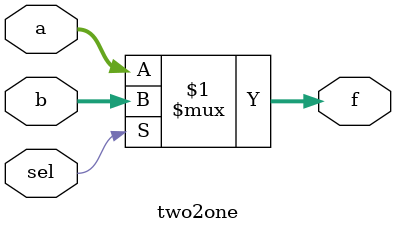
<source format=v>


module top_module (
    input c,
    input d,
    output [3:0] mux_in
); 
    wire [3:0]t1, t2;


    two2one to1(4'b0100, 4'b0101, c, t1);
    two2one to2(4'b0001, 4'b1001, c, t2);
    two2one to3(t1, t2, d, mux_in);

endmodule


module two2one(
    input [3:0]a, b, 
    input sel,
    output [3:0]f
);
    assign f = sel ? b : a;
endmodule


</source>
